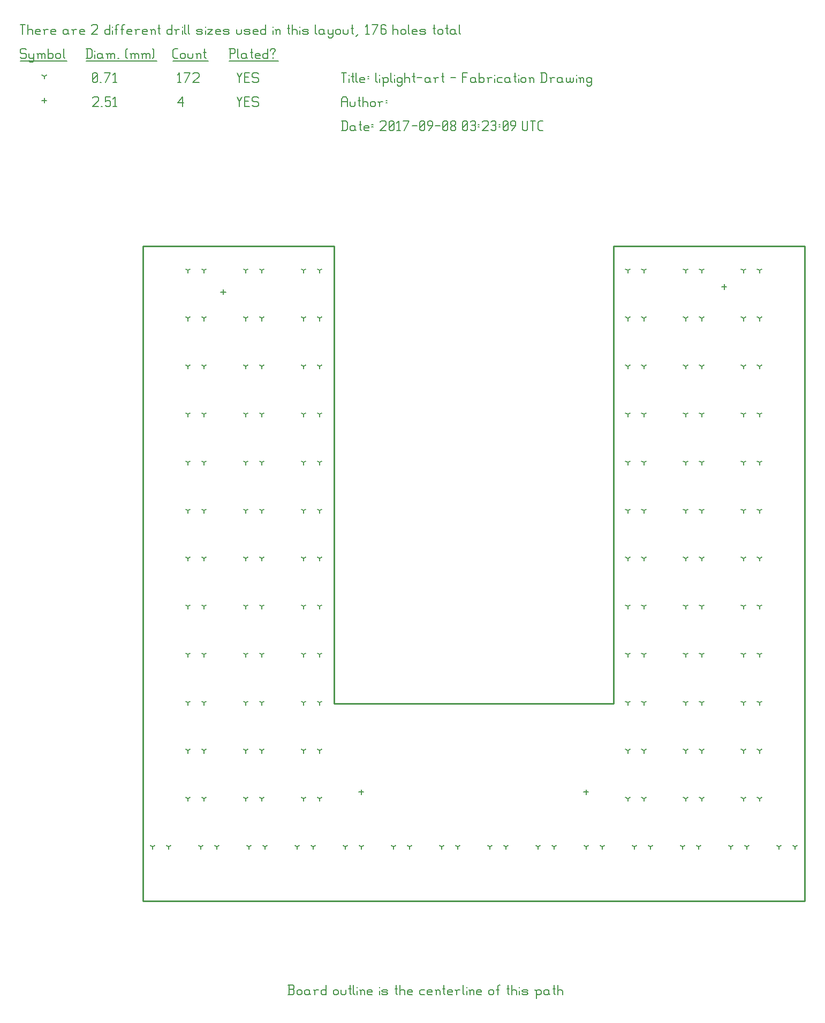
<source format=gbr>
G04 start of page 8 for group -1 layer_idx 16777221 *
G04 Title: liplight-art, <virtual group> *
G04 Creator: pcb-rnd 1.2.4 *
G04 CreationDate: 2017-09-08 03:23:09 UTC *
G04 For:  *
G04 Format: Gerber/RS-274X *
G04 PCB-Dimensions: 506299 506299 *
G04 PCB-Coordinate-Origin: lower left *
%MOIN*%
%FSLAX25Y25*%
%LNFAB*%
%ADD29C,0.0100*%
%ADD28C,0.0075*%
%ADD27C,0.0060*%
%ADD26C,0.0080*%
G54D26*X212362Y118214D02*Y115014D01*
X210762Y116614D02*X213962D01*
X352362Y118214D02*Y115014D01*
X350762Y116614D02*X353962D01*
X126378Y429868D02*Y426668D01*
X124778Y428268D02*X127978D01*
X438307Y433135D02*Y429935D01*
X436707Y431535D02*X439907D01*
X15000Y549149D02*Y545949D01*
X13400Y547549D02*X16600D01*
G54D27*X135000Y549799D02*X136500Y546799D01*
X138000Y549799D01*
X136500Y546799D02*Y543799D01*
X139800Y547099D02*X142050D01*
X139800Y543799D02*X142800D01*
X139800Y549799D02*Y543799D01*
Y549799D02*X142800D01*
X147600D02*X148350Y549049D01*
X145350Y549799D02*X147600D01*
X144600Y549049D02*X145350Y549799D01*
X144600Y549049D02*Y547549D01*
X145350Y546799D01*
X147600D01*
X148350Y546049D01*
Y544549D01*
X147600Y543799D02*X148350Y544549D01*
X145350Y543799D02*X147600D01*
X144600Y544549D02*X145350Y543799D01*
X98000Y546049D02*X101000Y549799D01*
X98000Y546049D02*X101750D01*
X101000Y549799D02*Y543799D01*
X45000Y549049D02*X45750Y549799D01*
X48000D01*
X48750Y549049D01*
Y547549D01*
X45000Y543799D02*X48750Y547549D01*
X45000Y543799D02*X48750D01*
X50550D02*X51300D01*
X53100Y549799D02*X56100D01*
X53100D02*Y546799D01*
X53850Y547549D01*
X55350D01*
X56100Y546799D01*
Y544549D01*
X55350Y543799D02*X56100Y544549D01*
X53850Y543799D02*X55350D01*
X53100Y544549D02*X53850Y543799D01*
X57900Y548599D02*X59100Y549799D01*
Y543799D01*
X57900D02*X60150D01*
X92362Y82598D02*Y80998D01*
Y82598D02*X93749Y83398D01*
X92362Y82598D02*X90976Y83398D01*
X82362Y82598D02*Y80998D01*
Y82598D02*X83749Y83398D01*
X82362Y82598D02*X80976Y83398D01*
X122362Y82598D02*Y80998D01*
Y82598D02*X123749Y83398D01*
X122362Y82598D02*X120976Y83398D01*
X112362Y82598D02*Y80998D01*
Y82598D02*X113749Y83398D01*
X112362Y82598D02*X110976Y83398D01*
X152362Y82598D02*Y80998D01*
Y82598D02*X153749Y83398D01*
X152362Y82598D02*X150976Y83398D01*
X142362Y82598D02*Y80998D01*
Y82598D02*X143749Y83398D01*
X142362Y82598D02*X140976Y83398D01*
X392362Y82598D02*Y80998D01*
Y82598D02*X393749Y83398D01*
X392362Y82598D02*X390976Y83398D01*
X382362Y82598D02*Y80998D01*
Y82598D02*X383749Y83398D01*
X382362Y82598D02*X380976Y83398D01*
X422362Y82598D02*Y80998D01*
Y82598D02*X423749Y83398D01*
X422362Y82598D02*X420976Y83398D01*
X412362Y82598D02*Y80998D01*
Y82598D02*X413749Y83398D01*
X412362Y82598D02*X410976Y83398D01*
X452362Y82598D02*Y80998D01*
Y82598D02*X453749Y83398D01*
X452362Y82598D02*X450976Y83398D01*
X442362Y82598D02*Y80998D01*
Y82598D02*X443749Y83398D01*
X442362Y82598D02*X440976Y83398D01*
X482362Y82598D02*Y80998D01*
Y82598D02*X483749Y83398D01*
X482362Y82598D02*X480976Y83398D01*
X472362Y82598D02*Y80998D01*
Y82598D02*X473749Y83398D01*
X472362Y82598D02*X470976Y83398D01*
X114409Y112598D02*Y110998D01*
Y112598D02*X115796Y113398D01*
X114409Y112598D02*X113023Y113398D01*
X104409Y112598D02*Y110998D01*
Y112598D02*X105796Y113398D01*
X104409Y112598D02*X103023Y113398D01*
X114409Y142520D02*Y140920D01*
Y142520D02*X115796Y143320D01*
X114409Y142520D02*X113023Y143320D01*
X104409Y142520D02*Y140920D01*
Y142520D02*X105796Y143320D01*
X104409Y142520D02*X103023Y143320D01*
X114409Y172441D02*Y170841D01*
Y172441D02*X115796Y173241D01*
X114409Y172441D02*X113023Y173241D01*
X104409Y172441D02*Y170841D01*
Y172441D02*X105796Y173241D01*
X104409Y172441D02*X103023Y173241D01*
X114409Y202362D02*Y200762D01*
Y202362D02*X115796Y203162D01*
X114409Y202362D02*X113023Y203162D01*
X104409Y202362D02*Y200762D01*
Y202362D02*X105796Y203162D01*
X104409Y202362D02*X103023Y203162D01*
X114409Y232283D02*Y230683D01*
Y232283D02*X115796Y233083D01*
X114409Y232283D02*X113023Y233083D01*
X104409Y232283D02*Y230683D01*
Y232283D02*X105796Y233083D01*
X104409Y232283D02*X103023Y233083D01*
X114409Y262205D02*Y260605D01*
Y262205D02*X115796Y263005D01*
X114409Y262205D02*X113023Y263005D01*
X104409Y262205D02*Y260605D01*
Y262205D02*X105796Y263005D01*
X104409Y262205D02*X103023Y263005D01*
X114409Y292126D02*Y290526D01*
Y292126D02*X115796Y292926D01*
X114409Y292126D02*X113023Y292926D01*
X104409Y292126D02*Y290526D01*
Y292126D02*X105796Y292926D01*
X104409Y292126D02*X103023Y292926D01*
X114409Y322047D02*Y320447D01*
Y322047D02*X115796Y322847D01*
X114409Y322047D02*X113023Y322847D01*
X104409Y322047D02*Y320447D01*
Y322047D02*X105796Y322847D01*
X104409Y322047D02*X103023Y322847D01*
X114409Y351969D02*Y350369D01*
Y351969D02*X115796Y352769D01*
X114409Y351969D02*X113023Y352769D01*
X104409Y351969D02*Y350369D01*
Y351969D02*X105796Y352769D01*
X104409Y351969D02*X103023Y352769D01*
X114409Y381890D02*Y380290D01*
Y381890D02*X115796Y382690D01*
X114409Y381890D02*X113023Y382690D01*
X104409Y381890D02*Y380290D01*
Y381890D02*X105796Y382690D01*
X104409Y381890D02*X103023Y382690D01*
X114409Y411811D02*Y410211D01*
Y411811D02*X115796Y412611D01*
X114409Y411811D02*X113023Y412611D01*
X104409Y411811D02*Y410211D01*
Y411811D02*X105796Y412611D01*
X104409Y411811D02*X103023Y412611D01*
X114409Y441732D02*Y440132D01*
Y441732D02*X115796Y442532D01*
X114409Y441732D02*X113023Y442532D01*
X104409Y441732D02*Y440132D01*
Y441732D02*X105796Y442532D01*
X104409Y441732D02*X103023Y442532D01*
X150394Y112598D02*Y110998D01*
Y112598D02*X151780Y113398D01*
X150394Y112598D02*X149007Y113398D01*
X140394Y112598D02*Y110998D01*
Y112598D02*X141780Y113398D01*
X140394Y112598D02*X139007Y113398D01*
X150394Y142520D02*Y140920D01*
Y142520D02*X151780Y143320D01*
X150394Y142520D02*X149007Y143320D01*
X140394Y142520D02*Y140920D01*
Y142520D02*X141780Y143320D01*
X140394Y142520D02*X139007Y143320D01*
X150394Y172441D02*Y170841D01*
Y172441D02*X151780Y173241D01*
X150394Y172441D02*X149007Y173241D01*
X140394Y172441D02*Y170841D01*
Y172441D02*X141780Y173241D01*
X140394Y172441D02*X139007Y173241D01*
X150394Y202362D02*Y200762D01*
Y202362D02*X151780Y203162D01*
X150394Y202362D02*X149007Y203162D01*
X140394Y202362D02*Y200762D01*
Y202362D02*X141780Y203162D01*
X140394Y202362D02*X139007Y203162D01*
X150394Y232283D02*Y230683D01*
Y232283D02*X151780Y233083D01*
X150394Y232283D02*X149007Y233083D01*
X140394Y232283D02*Y230683D01*
Y232283D02*X141780Y233083D01*
X140394Y232283D02*X139007Y233083D01*
X150394Y262205D02*Y260605D01*
Y262205D02*X151780Y263005D01*
X150394Y262205D02*X149007Y263005D01*
X140394Y262205D02*Y260605D01*
Y262205D02*X141780Y263005D01*
X140394Y262205D02*X139007Y263005D01*
X150394Y292126D02*Y290526D01*
Y292126D02*X151780Y292926D01*
X150394Y292126D02*X149007Y292926D01*
X140394Y292126D02*Y290526D01*
Y292126D02*X141780Y292926D01*
X140394Y292126D02*X139007Y292926D01*
X150394Y322047D02*Y320447D01*
Y322047D02*X151780Y322847D01*
X150394Y322047D02*X149007Y322847D01*
X140394Y322047D02*Y320447D01*
Y322047D02*X141780Y322847D01*
X140394Y322047D02*X139007Y322847D01*
X150394Y351969D02*Y350369D01*
Y351969D02*X151780Y352769D01*
X150394Y351969D02*X149007Y352769D01*
X140394Y351969D02*Y350369D01*
Y351969D02*X141780Y352769D01*
X140394Y351969D02*X139007Y352769D01*
X150394Y381890D02*Y380290D01*
Y381890D02*X151780Y382690D01*
X150394Y381890D02*X149007Y382690D01*
X140394Y381890D02*Y380290D01*
Y381890D02*X141780Y382690D01*
X140394Y381890D02*X139007Y382690D01*
X186378Y112598D02*Y110998D01*
Y112598D02*X187765Y113398D01*
X186378Y112598D02*X184991Y113398D01*
X176378Y112598D02*Y110998D01*
Y112598D02*X177765Y113398D01*
X176378Y112598D02*X174991Y113398D01*
X186378Y142520D02*Y140920D01*
Y142520D02*X187765Y143320D01*
X186378Y142520D02*X184991Y143320D01*
X176378Y142520D02*Y140920D01*
Y142520D02*X177765Y143320D01*
X176378Y142520D02*X174991Y143320D01*
X186378Y172441D02*Y170841D01*
Y172441D02*X187765Y173241D01*
X186378Y172441D02*X184991Y173241D01*
X176378Y172441D02*Y170841D01*
Y172441D02*X177765Y173241D01*
X176378Y172441D02*X174991Y173241D01*
X186378Y202362D02*Y200762D01*
Y202362D02*X187765Y203162D01*
X186378Y202362D02*X184991Y203162D01*
X176378Y202362D02*Y200762D01*
Y202362D02*X177765Y203162D01*
X176378Y202362D02*X174991Y203162D01*
X186378Y232283D02*Y230683D01*
Y232283D02*X187765Y233083D01*
X186378Y232283D02*X184991Y233083D01*
X176378Y232283D02*Y230683D01*
Y232283D02*X177765Y233083D01*
X176378Y232283D02*X174991Y233083D01*
X186378Y262205D02*Y260605D01*
Y262205D02*X187765Y263005D01*
X186378Y262205D02*X184991Y263005D01*
X176378Y262205D02*Y260605D01*
Y262205D02*X177765Y263005D01*
X176378Y262205D02*X174991Y263005D01*
X186378Y292126D02*Y290526D01*
Y292126D02*X187765Y292926D01*
X186378Y292126D02*X184991Y292926D01*
X176378Y292126D02*Y290526D01*
Y292126D02*X177765Y292926D01*
X176378Y292126D02*X174991Y292926D01*
X186378Y322047D02*Y320447D01*
Y322047D02*X187765Y322847D01*
X186378Y322047D02*X184991Y322847D01*
X176378Y322047D02*Y320447D01*
Y322047D02*X177765Y322847D01*
X176378Y322047D02*X174991Y322847D01*
X186378Y351969D02*Y350369D01*
Y351969D02*X187765Y352769D01*
X186378Y351969D02*X184991Y352769D01*
X176378Y351969D02*Y350369D01*
Y351969D02*X177765Y352769D01*
X176378Y351969D02*X174991Y352769D01*
X186378Y381890D02*Y380290D01*
Y381890D02*X187765Y382690D01*
X186378Y381890D02*X184991Y382690D01*
X176378Y381890D02*Y380290D01*
Y381890D02*X177765Y382690D01*
X176378Y381890D02*X174991Y382690D01*
X150394Y411811D02*Y410211D01*
Y411811D02*X151780Y412611D01*
X150394Y411811D02*X149007Y412611D01*
X140394Y411811D02*Y410211D01*
Y411811D02*X141780Y412611D01*
X140394Y411811D02*X139007Y412611D01*
X186378Y411811D02*Y410211D01*
Y411811D02*X187765Y412611D01*
X186378Y411811D02*X184991Y412611D01*
X176378Y411811D02*Y410211D01*
Y411811D02*X177765Y412611D01*
X176378Y411811D02*X174991Y412611D01*
X150394Y441732D02*Y440132D01*
Y441732D02*X151780Y442532D01*
X150394Y441732D02*X149007Y442532D01*
X140394Y441732D02*Y440132D01*
Y441732D02*X141780Y442532D01*
X140394Y441732D02*X139007Y442532D01*
X186378Y441732D02*Y440132D01*
Y441732D02*X187765Y442532D01*
X186378Y441732D02*X184991Y442532D01*
X176378Y441732D02*Y440132D01*
Y441732D02*X177765Y442532D01*
X176378Y441732D02*X174991Y442532D01*
X388346Y112598D02*Y110998D01*
Y112598D02*X389733Y113398D01*
X388346Y112598D02*X386960Y113398D01*
X378346Y112598D02*Y110998D01*
Y112598D02*X379733Y113398D01*
X378346Y112598D02*X376960Y113398D01*
X388346Y142520D02*Y140920D01*
Y142520D02*X389733Y143320D01*
X388346Y142520D02*X386960Y143320D01*
X378346Y142520D02*Y140920D01*
Y142520D02*X379733Y143320D01*
X378346Y142520D02*X376960Y143320D01*
X388346Y172441D02*Y170841D01*
Y172441D02*X389733Y173241D01*
X388346Y172441D02*X386960Y173241D01*
X378346Y172441D02*Y170841D01*
Y172441D02*X379733Y173241D01*
X378346Y172441D02*X376960Y173241D01*
X388346Y202362D02*Y200762D01*
Y202362D02*X389733Y203162D01*
X388346Y202362D02*X386960Y203162D01*
X378346Y202362D02*Y200762D01*
Y202362D02*X379733Y203162D01*
X378346Y202362D02*X376960Y203162D01*
X388346Y232283D02*Y230683D01*
Y232283D02*X389733Y233083D01*
X388346Y232283D02*X386960Y233083D01*
X378346Y232283D02*Y230683D01*
Y232283D02*X379733Y233083D01*
X378346Y232283D02*X376960Y233083D01*
X388346Y262205D02*Y260605D01*
Y262205D02*X389733Y263005D01*
X388346Y262205D02*X386960Y263005D01*
X378346Y262205D02*Y260605D01*
Y262205D02*X379733Y263005D01*
X378346Y262205D02*X376960Y263005D01*
X388346Y292126D02*Y290526D01*
Y292126D02*X389733Y292926D01*
X388346Y292126D02*X386960Y292926D01*
X378346Y292126D02*Y290526D01*
Y292126D02*X379733Y292926D01*
X378346Y292126D02*X376960Y292926D01*
X388346Y322047D02*Y320447D01*
Y322047D02*X389733Y322847D01*
X388346Y322047D02*X386960Y322847D01*
X378346Y322047D02*Y320447D01*
Y322047D02*X379733Y322847D01*
X378346Y322047D02*X376960Y322847D01*
X388346Y351969D02*Y350369D01*
Y351969D02*X389733Y352769D01*
X388346Y351969D02*X386960Y352769D01*
X378346Y351969D02*Y350369D01*
Y351969D02*X379733Y352769D01*
X378346Y351969D02*X376960Y352769D01*
X460315Y112598D02*Y110998D01*
Y112598D02*X461702Y113398D01*
X460315Y112598D02*X458928Y113398D01*
X450315Y112598D02*Y110998D01*
Y112598D02*X451702Y113398D01*
X450315Y112598D02*X448928Y113398D01*
X424331Y112598D02*Y110998D01*
Y112598D02*X425717Y113398D01*
X424331Y112598D02*X422944Y113398D01*
X414331Y112598D02*Y110998D01*
Y112598D02*X415717Y113398D01*
X414331Y112598D02*X412944Y113398D01*
X460315Y142520D02*Y140920D01*
Y142520D02*X461702Y143320D01*
X460315Y142520D02*X458928Y143320D01*
X450315Y142520D02*Y140920D01*
Y142520D02*X451702Y143320D01*
X450315Y142520D02*X448928Y143320D01*
X424331Y142520D02*Y140920D01*
Y142520D02*X425717Y143320D01*
X424331Y142520D02*X422944Y143320D01*
X414331Y142520D02*Y140920D01*
Y142520D02*X415717Y143320D01*
X414331Y142520D02*X412944Y143320D01*
X460315Y172441D02*Y170841D01*
Y172441D02*X461702Y173241D01*
X460315Y172441D02*X458928Y173241D01*
X450315Y172441D02*Y170841D01*
Y172441D02*X451702Y173241D01*
X450315Y172441D02*X448928Y173241D01*
X424331Y172441D02*Y170841D01*
Y172441D02*X425717Y173241D01*
X424331Y172441D02*X422944Y173241D01*
X414331Y172441D02*Y170841D01*
Y172441D02*X415717Y173241D01*
X414331Y172441D02*X412944Y173241D01*
X460315Y202362D02*Y200762D01*
Y202362D02*X461702Y203162D01*
X460315Y202362D02*X458928Y203162D01*
X450315Y202362D02*Y200762D01*
Y202362D02*X451702Y203162D01*
X450315Y202362D02*X448928Y203162D01*
X424331Y202362D02*Y200762D01*
Y202362D02*X425717Y203162D01*
X424331Y202362D02*X422944Y203162D01*
X414331Y202362D02*Y200762D01*
Y202362D02*X415717Y203162D01*
X414331Y202362D02*X412944Y203162D01*
X460315Y232283D02*Y230683D01*
Y232283D02*X461702Y233083D01*
X460315Y232283D02*X458928Y233083D01*
X450315Y232283D02*Y230683D01*
Y232283D02*X451702Y233083D01*
X450315Y232283D02*X448928Y233083D01*
X424331Y232283D02*Y230683D01*
Y232283D02*X425717Y233083D01*
X424331Y232283D02*X422944Y233083D01*
X414331Y232283D02*Y230683D01*
Y232283D02*X415717Y233083D01*
X414331Y232283D02*X412944Y233083D01*
X460315Y262205D02*Y260605D01*
Y262205D02*X461702Y263005D01*
X460315Y262205D02*X458928Y263005D01*
X450315Y262205D02*Y260605D01*
Y262205D02*X451702Y263005D01*
X450315Y262205D02*X448928Y263005D01*
X424331Y262205D02*Y260605D01*
Y262205D02*X425717Y263005D01*
X424331Y262205D02*X422944Y263005D01*
X414331Y262205D02*Y260605D01*
Y262205D02*X415717Y263005D01*
X414331Y262205D02*X412944Y263005D01*
X460315Y292126D02*Y290526D01*
Y292126D02*X461702Y292926D01*
X460315Y292126D02*X458928Y292926D01*
X450315Y292126D02*Y290526D01*
Y292126D02*X451702Y292926D01*
X450315Y292126D02*X448928Y292926D01*
X424331Y292126D02*Y290526D01*
Y292126D02*X425717Y292926D01*
X424331Y292126D02*X422944Y292926D01*
X414331Y292126D02*Y290526D01*
Y292126D02*X415717Y292926D01*
X414331Y292126D02*X412944Y292926D01*
X460315Y322047D02*Y320447D01*
Y322047D02*X461702Y322847D01*
X460315Y322047D02*X458928Y322847D01*
X450315Y322047D02*Y320447D01*
Y322047D02*X451702Y322847D01*
X450315Y322047D02*X448928Y322847D01*
X424331Y322047D02*Y320447D01*
Y322047D02*X425717Y322847D01*
X424331Y322047D02*X422944Y322847D01*
X414331Y322047D02*Y320447D01*
Y322047D02*X415717Y322847D01*
X414331Y322047D02*X412944Y322847D01*
X460315Y351969D02*Y350369D01*
Y351969D02*X461702Y352769D01*
X460315Y351969D02*X458928Y352769D01*
X450315Y351969D02*Y350369D01*
Y351969D02*X451702Y352769D01*
X450315Y351969D02*X448928Y352769D01*
X424331Y351969D02*Y350369D01*
Y351969D02*X425717Y352769D01*
X424331Y351969D02*X422944Y352769D01*
X414331Y351969D02*Y350369D01*
Y351969D02*X415717Y352769D01*
X414331Y351969D02*X412944Y352769D01*
X460315Y381890D02*Y380290D01*
Y381890D02*X461702Y382690D01*
X460315Y381890D02*X458928Y382690D01*
X450315Y381890D02*Y380290D01*
Y381890D02*X451702Y382690D01*
X450315Y381890D02*X448928Y382690D01*
X388346Y381890D02*Y380290D01*
Y381890D02*X389733Y382690D01*
X388346Y381890D02*X386960Y382690D01*
X378346Y381890D02*Y380290D01*
Y381890D02*X379733Y382690D01*
X378346Y381890D02*X376960Y382690D01*
X460315Y411811D02*Y410211D01*
Y411811D02*X461702Y412611D01*
X460315Y411811D02*X458928Y412611D01*
X450315Y411811D02*Y410211D01*
Y411811D02*X451702Y412611D01*
X450315Y411811D02*X448928Y412611D01*
X424331Y411811D02*Y410211D01*
Y411811D02*X425717Y412611D01*
X424331Y411811D02*X422944Y412611D01*
X414331Y411811D02*Y410211D01*
Y411811D02*X415717Y412611D01*
X414331Y411811D02*X412944Y412611D01*
X388346Y411811D02*Y410211D01*
Y411811D02*X389733Y412611D01*
X388346Y411811D02*X386960Y412611D01*
X378346Y411811D02*Y410211D01*
Y411811D02*X379733Y412611D01*
X378346Y411811D02*X376960Y412611D01*
X460315Y441732D02*Y440132D01*
Y441732D02*X461702Y442532D01*
X460315Y441732D02*X458928Y442532D01*
X450315Y441732D02*Y440132D01*
Y441732D02*X451702Y442532D01*
X450315Y441732D02*X448928Y442532D01*
X424331Y441732D02*Y440132D01*
Y441732D02*X425717Y442532D01*
X424331Y441732D02*X422944Y442532D01*
X414331Y441732D02*Y440132D01*
Y441732D02*X415717Y442532D01*
X414331Y441732D02*X412944Y442532D01*
X388346Y441732D02*Y440132D01*
Y441732D02*X389733Y442532D01*
X388346Y441732D02*X386960Y442532D01*
X378346Y441732D02*Y440132D01*
Y441732D02*X379733Y442532D01*
X378346Y441732D02*X376960Y442532D01*
X424331Y381890D02*Y380290D01*
Y381890D02*X425717Y382690D01*
X424331Y381890D02*X422944Y382690D01*
X414331Y381890D02*Y380290D01*
Y381890D02*X415717Y382690D01*
X414331Y381890D02*X412944Y382690D01*
X182362Y82598D02*Y80998D01*
Y82598D02*X183749Y83398D01*
X182362Y82598D02*X180976Y83398D01*
X172362Y82598D02*Y80998D01*
Y82598D02*X173749Y83398D01*
X172362Y82598D02*X170976Y83398D01*
X212362Y82598D02*Y80998D01*
Y82598D02*X213749Y83398D01*
X212362Y82598D02*X210976Y83398D01*
X202362Y82598D02*Y80998D01*
Y82598D02*X203749Y83398D01*
X202362Y82598D02*X200976Y83398D01*
X242362Y82598D02*Y80998D01*
Y82598D02*X243749Y83398D01*
X242362Y82598D02*X240976Y83398D01*
X232362Y82598D02*Y80998D01*
Y82598D02*X233749Y83398D01*
X232362Y82598D02*X230976Y83398D01*
X272362Y82598D02*Y80998D01*
Y82598D02*X273749Y83398D01*
X272362Y82598D02*X270976Y83398D01*
X262362Y82598D02*Y80998D01*
Y82598D02*X263749Y83398D01*
X262362Y82598D02*X260976Y83398D01*
X302362Y82598D02*Y80998D01*
Y82598D02*X303749Y83398D01*
X302362Y82598D02*X300976Y83398D01*
X292362Y82598D02*Y80998D01*
Y82598D02*X293749Y83398D01*
X292362Y82598D02*X290976Y83398D01*
X332362Y82598D02*Y80998D01*
Y82598D02*X333749Y83398D01*
X332362Y82598D02*X330976Y83398D01*
X322362Y82598D02*Y80998D01*
Y82598D02*X323749Y83398D01*
X322362Y82598D02*X320976Y83398D01*
X362362Y82598D02*Y80998D01*
Y82598D02*X363749Y83398D01*
X362362Y82598D02*X360976Y83398D01*
X352362Y82598D02*Y80998D01*
Y82598D02*X353749Y83398D01*
X352362Y82598D02*X350976Y83398D01*
X15000Y562549D02*Y560949D01*
Y562549D02*X16387Y563349D01*
X15000Y562549D02*X13613Y563349D01*
X135000Y564799D02*X136500Y561799D01*
X138000Y564799D01*
X136500Y561799D02*Y558799D01*
X139800Y562099D02*X142050D01*
X139800Y558799D02*X142800D01*
X139800Y564799D02*Y558799D01*
Y564799D02*X142800D01*
X147600D02*X148350Y564049D01*
X145350Y564799D02*X147600D01*
X144600Y564049D02*X145350Y564799D01*
X144600Y564049D02*Y562549D01*
X145350Y561799D01*
X147600D01*
X148350Y561049D01*
Y559549D01*
X147600Y558799D02*X148350Y559549D01*
X145350Y558799D02*X147600D01*
X144600Y559549D02*X145350Y558799D01*
X98000Y563599D02*X99200Y564799D01*
Y558799D01*
X98000D02*X100250D01*
X102800D02*X105800Y564799D01*
X102050D02*X105800D01*
X107600Y564049D02*X108350Y564799D01*
X110600D01*
X111350Y564049D01*
Y562549D01*
X107600Y558799D02*X111350Y562549D01*
X107600Y558799D02*X111350D01*
X45000Y559549D02*X45750Y558799D01*
X45000Y564049D02*Y559549D01*
Y564049D02*X45750Y564799D01*
X47250D01*
X48000Y564049D01*
Y559549D01*
X47250Y558799D02*X48000Y559549D01*
X45750Y558799D02*X47250D01*
X45000Y560299D02*X48000Y563299D01*
X49800Y558799D02*X50550D01*
X53100D02*X56100Y564799D01*
X52350D02*X56100D01*
X57900Y563599D02*X59100Y564799D01*
Y558799D01*
X57900D02*X60150D01*
X3000Y579799D02*X3750Y579049D01*
X750Y579799D02*X3000D01*
X0Y579049D02*X750Y579799D01*
X0Y579049D02*Y577549D01*
X750Y576799D01*
X3000D01*
X3750Y576049D01*
Y574549D01*
X3000Y573799D02*X3750Y574549D01*
X750Y573799D02*X3000D01*
X0Y574549D02*X750Y573799D01*
X5550Y576799D02*Y574549D01*
X6300Y573799D01*
X8550Y576799D02*Y572299D01*
X7800Y571549D02*X8550Y572299D01*
X6300Y571549D02*X7800D01*
X5550Y572299D02*X6300Y571549D01*
Y573799D02*X7800D01*
X8550Y574549D01*
X11100Y576049D02*Y573799D01*
Y576049D02*X11850Y576799D01*
X12600D01*
X13350Y576049D01*
Y573799D01*
Y576049D02*X14100Y576799D01*
X14850D01*
X15600Y576049D01*
Y573799D01*
X10350Y576799D02*X11100Y576049D01*
X17400Y579799D02*Y573799D01*
Y574549D02*X18150Y573799D01*
X19650D01*
X20400Y574549D01*
Y576049D02*Y574549D01*
X19650Y576799D02*X20400Y576049D01*
X18150Y576799D02*X19650D01*
X17400Y576049D02*X18150Y576799D01*
X22200Y576049D02*Y574549D01*
Y576049D02*X22950Y576799D01*
X24450D01*
X25200Y576049D01*
Y574549D01*
X24450Y573799D02*X25200Y574549D01*
X22950Y573799D02*X24450D01*
X22200Y574549D02*X22950Y573799D01*
X27000Y579799D02*Y574549D01*
X27750Y573799D01*
X0Y572049D02*X29250D01*
X41750Y579799D02*Y573799D01*
X43700Y579799D02*X44750Y578749D01*
Y574849D01*
X43700Y573799D02*X44750Y574849D01*
X41000Y573799D02*X43700D01*
X41000Y579799D02*X43700D01*
G54D28*X46550Y578299D02*Y578149D01*
G54D27*Y576049D02*Y573799D01*
X50300Y576799D02*X51050Y576049D01*
X48800Y576799D02*X50300D01*
X48050Y576049D02*X48800Y576799D01*
X48050Y576049D02*Y574549D01*
X48800Y573799D01*
X51050Y576799D02*Y574549D01*
X51800Y573799D01*
X48800D02*X50300D01*
X51050Y574549D01*
X54350Y576049D02*Y573799D01*
Y576049D02*X55100Y576799D01*
X55850D01*
X56600Y576049D01*
Y573799D01*
Y576049D02*X57350Y576799D01*
X58100D01*
X58850Y576049D01*
Y573799D01*
X53600Y576799D02*X54350Y576049D01*
X60650Y573799D02*X61400D01*
X65900Y574549D02*X66650Y573799D01*
X65900Y579049D02*X66650Y579799D01*
X65900Y579049D02*Y574549D01*
X69200Y576049D02*Y573799D01*
Y576049D02*X69950Y576799D01*
X70700D01*
X71450Y576049D01*
Y573799D01*
Y576049D02*X72200Y576799D01*
X72950D01*
X73700Y576049D01*
Y573799D01*
X68450Y576799D02*X69200Y576049D01*
X76250D02*Y573799D01*
Y576049D02*X77000Y576799D01*
X77750D01*
X78500Y576049D01*
Y573799D01*
Y576049D02*X79250Y576799D01*
X80000D01*
X80750Y576049D01*
Y573799D01*
X75500Y576799D02*X76250Y576049D01*
X82550Y579799D02*X83300Y579049D01*
Y574549D01*
X82550Y573799D02*X83300Y574549D01*
X41000Y572049D02*X85100D01*
X96050Y573799D02*X98000D01*
X95000Y574849D02*X96050Y573799D01*
X95000Y578749D02*Y574849D01*
Y578749D02*X96050Y579799D01*
X98000D01*
X99800Y576049D02*Y574549D01*
Y576049D02*X100550Y576799D01*
X102050D01*
X102800Y576049D01*
Y574549D01*
X102050Y573799D02*X102800Y574549D01*
X100550Y573799D02*X102050D01*
X99800Y574549D02*X100550Y573799D01*
X104600Y576799D02*Y574549D01*
X105350Y573799D01*
X106850D01*
X107600Y574549D01*
Y576799D02*Y574549D01*
X110150Y576049D02*Y573799D01*
Y576049D02*X110900Y576799D01*
X111650D01*
X112400Y576049D01*
Y573799D01*
X109400Y576799D02*X110150Y576049D01*
X114950Y579799D02*Y574549D01*
X115700Y573799D01*
X114200Y577549D02*X115700D01*
X95000Y572049D02*X117200D01*
X130750Y579799D02*Y573799D01*
X130000Y579799D02*X133000D01*
X133750Y579049D01*
Y577549D01*
X133000Y576799D02*X133750Y577549D01*
X130750Y576799D02*X133000D01*
X135550Y579799D02*Y574549D01*
X136300Y573799D01*
X140050Y576799D02*X140800Y576049D01*
X138550Y576799D02*X140050D01*
X137800Y576049D02*X138550Y576799D01*
X137800Y576049D02*Y574549D01*
X138550Y573799D01*
X140800Y576799D02*Y574549D01*
X141550Y573799D01*
X138550D02*X140050D01*
X140800Y574549D01*
X144100Y579799D02*Y574549D01*
X144850Y573799D01*
X143350Y577549D02*X144850D01*
X147100Y573799D02*X149350D01*
X146350Y574549D02*X147100Y573799D01*
X146350Y576049D02*Y574549D01*
Y576049D02*X147100Y576799D01*
X148600D01*
X149350Y576049D01*
X146350Y575299D02*X149350D01*
Y576049D02*Y575299D01*
X154150Y579799D02*Y573799D01*
X153400D02*X154150Y574549D01*
X151900Y573799D02*X153400D01*
X151150Y574549D02*X151900Y573799D01*
X151150Y576049D02*Y574549D01*
Y576049D02*X151900Y576799D01*
X153400D01*
X154150Y576049D01*
X157450Y576799D02*Y576049D01*
Y574549D02*Y573799D01*
X155950Y579049D02*Y578299D01*
Y579049D02*X156700Y579799D01*
X158200D01*
X158950Y579049D01*
Y578299D01*
X157450Y576799D02*X158950Y578299D01*
X130000Y572049D02*X160750D01*
X0Y594799D02*X3000D01*
X1500D02*Y588799D01*
X4800Y594799D02*Y588799D01*
Y591049D02*X5550Y591799D01*
X7050D01*
X7800Y591049D01*
Y588799D01*
X10350D02*X12600D01*
X9600Y589549D02*X10350Y588799D01*
X9600Y591049D02*Y589549D01*
Y591049D02*X10350Y591799D01*
X11850D01*
X12600Y591049D01*
X9600Y590299D02*X12600D01*
Y591049D02*Y590299D01*
X15150Y591049D02*Y588799D01*
Y591049D02*X15900Y591799D01*
X17400D01*
X14400D02*X15150Y591049D01*
X19950Y588799D02*X22200D01*
X19200Y589549D02*X19950Y588799D01*
X19200Y591049D02*Y589549D01*
Y591049D02*X19950Y591799D01*
X21450D01*
X22200Y591049D01*
X19200Y590299D02*X22200D01*
Y591049D02*Y590299D01*
X28950Y591799D02*X29700Y591049D01*
X27450Y591799D02*X28950D01*
X26700Y591049D02*X27450Y591799D01*
X26700Y591049D02*Y589549D01*
X27450Y588799D01*
X29700Y591799D02*Y589549D01*
X30450Y588799D01*
X27450D02*X28950D01*
X29700Y589549D01*
X33000Y591049D02*Y588799D01*
Y591049D02*X33750Y591799D01*
X35250D01*
X32250D02*X33000Y591049D01*
X37800Y588799D02*X40050D01*
X37050Y589549D02*X37800Y588799D01*
X37050Y591049D02*Y589549D01*
Y591049D02*X37800Y591799D01*
X39300D01*
X40050Y591049D01*
X37050Y590299D02*X40050D01*
Y591049D02*Y590299D01*
X44550Y594049D02*X45300Y594799D01*
X47550D01*
X48300Y594049D01*
Y592549D01*
X44550Y588799D02*X48300Y592549D01*
X44550Y588799D02*X48300D01*
X55800Y594799D02*Y588799D01*
X55050D02*X55800Y589549D01*
X53550Y588799D02*X55050D01*
X52800Y589549D02*X53550Y588799D01*
X52800Y591049D02*Y589549D01*
Y591049D02*X53550Y591799D01*
X55050D01*
X55800Y591049D01*
G54D28*X57600Y593299D02*Y593149D01*
G54D27*Y591049D02*Y588799D01*
X59850Y594049D02*Y588799D01*
Y594049D02*X60600Y594799D01*
X61350D01*
X59100Y591799D02*X60600D01*
X63600Y594049D02*Y588799D01*
Y594049D02*X64350Y594799D01*
X65100D01*
X62850Y591799D02*X64350D01*
X67350Y588799D02*X69600D01*
X66600Y589549D02*X67350Y588799D01*
X66600Y591049D02*Y589549D01*
Y591049D02*X67350Y591799D01*
X68850D01*
X69600Y591049D01*
X66600Y590299D02*X69600D01*
Y591049D02*Y590299D01*
X72150Y591049D02*Y588799D01*
Y591049D02*X72900Y591799D01*
X74400D01*
X71400D02*X72150Y591049D01*
X76950Y588799D02*X79200D01*
X76200Y589549D02*X76950Y588799D01*
X76200Y591049D02*Y589549D01*
Y591049D02*X76950Y591799D01*
X78450D01*
X79200Y591049D01*
X76200Y590299D02*X79200D01*
Y591049D02*Y590299D01*
X81750Y591049D02*Y588799D01*
Y591049D02*X82500Y591799D01*
X83250D01*
X84000Y591049D01*
Y588799D01*
X81000Y591799D02*X81750Y591049D01*
X86550Y594799D02*Y589549D01*
X87300Y588799D01*
X85800Y592549D02*X87300D01*
X94500Y594799D02*Y588799D01*
X93750D02*X94500Y589549D01*
X92250Y588799D02*X93750D01*
X91500Y589549D02*X92250Y588799D01*
X91500Y591049D02*Y589549D01*
Y591049D02*X92250Y591799D01*
X93750D01*
X94500Y591049D01*
X97050D02*Y588799D01*
Y591049D02*X97800Y591799D01*
X99300D01*
X96300D02*X97050Y591049D01*
G54D28*X101100Y593299D02*Y593149D01*
G54D27*Y591049D02*Y588799D01*
X102600Y594799D02*Y589549D01*
X103350Y588799D01*
X104850Y594799D02*Y589549D01*
X105600Y588799D01*
X110550D02*X112800D01*
X113550Y589549D01*
X112800Y590299D02*X113550Y589549D01*
X110550Y590299D02*X112800D01*
X109800Y591049D02*X110550Y590299D01*
X109800Y591049D02*X110550Y591799D01*
X112800D01*
X113550Y591049D01*
X109800Y589549D02*X110550Y588799D01*
G54D28*X115350Y593299D02*Y593149D01*
G54D27*Y591049D02*Y588799D01*
X116850Y591799D02*X119850D01*
X116850Y588799D02*X119850Y591799D01*
X116850Y588799D02*X119850D01*
X122400D02*X124650D01*
X121650Y589549D02*X122400Y588799D01*
X121650Y591049D02*Y589549D01*
Y591049D02*X122400Y591799D01*
X123900D01*
X124650Y591049D01*
X121650Y590299D02*X124650D01*
Y591049D02*Y590299D01*
X127200Y588799D02*X129450D01*
X130200Y589549D01*
X129450Y590299D02*X130200Y589549D01*
X127200Y590299D02*X129450D01*
X126450Y591049D02*X127200Y590299D01*
X126450Y591049D02*X127200Y591799D01*
X129450D01*
X130200Y591049D01*
X126450Y589549D02*X127200Y588799D01*
X134700Y591799D02*Y589549D01*
X135450Y588799D01*
X136950D01*
X137700Y589549D01*
Y591799D02*Y589549D01*
X140250Y588799D02*X142500D01*
X143250Y589549D01*
X142500Y590299D02*X143250Y589549D01*
X140250Y590299D02*X142500D01*
X139500Y591049D02*X140250Y590299D01*
X139500Y591049D02*X140250Y591799D01*
X142500D01*
X143250Y591049D01*
X139500Y589549D02*X140250Y588799D01*
X145800D02*X148050D01*
X145050Y589549D02*X145800Y588799D01*
X145050Y591049D02*Y589549D01*
Y591049D02*X145800Y591799D01*
X147300D01*
X148050Y591049D01*
X145050Y590299D02*X148050D01*
Y591049D02*Y590299D01*
X152850Y594799D02*Y588799D01*
X152100D02*X152850Y589549D01*
X150600Y588799D02*X152100D01*
X149850Y589549D02*X150600Y588799D01*
X149850Y591049D02*Y589549D01*
Y591049D02*X150600Y591799D01*
X152100D01*
X152850Y591049D01*
G54D28*X157350Y593299D02*Y593149D01*
G54D27*Y591049D02*Y588799D01*
X159600Y591049D02*Y588799D01*
Y591049D02*X160350Y591799D01*
X161100D01*
X161850Y591049D01*
Y588799D01*
X158850Y591799D02*X159600Y591049D01*
X167100Y594799D02*Y589549D01*
X167850Y588799D01*
X166350Y592549D02*X167850D01*
X169350Y594799D02*Y588799D01*
Y591049D02*X170100Y591799D01*
X171600D01*
X172350Y591049D01*
Y588799D01*
G54D28*X174150Y593299D02*Y593149D01*
G54D27*Y591049D02*Y588799D01*
X176400D02*X178650D01*
X179400Y589549D01*
X178650Y590299D02*X179400Y589549D01*
X176400Y590299D02*X178650D01*
X175650Y591049D02*X176400Y590299D01*
X175650Y591049D02*X176400Y591799D01*
X178650D01*
X179400Y591049D01*
X175650Y589549D02*X176400Y588799D01*
X183900Y594799D02*Y589549D01*
X184650Y588799D01*
X188400Y591799D02*X189150Y591049D01*
X186900Y591799D02*X188400D01*
X186150Y591049D02*X186900Y591799D01*
X186150Y591049D02*Y589549D01*
X186900Y588799D01*
X189150Y591799D02*Y589549D01*
X189900Y588799D01*
X186900D02*X188400D01*
X189150Y589549D01*
X191700Y591799D02*Y589549D01*
X192450Y588799D01*
X194700Y591799D02*Y587299D01*
X193950Y586549D02*X194700Y587299D01*
X192450Y586549D02*X193950D01*
X191700Y587299D02*X192450Y586549D01*
Y588799D02*X193950D01*
X194700Y589549D01*
X196500Y591049D02*Y589549D01*
Y591049D02*X197250Y591799D01*
X198750D01*
X199500Y591049D01*
Y589549D01*
X198750Y588799D02*X199500Y589549D01*
X197250Y588799D02*X198750D01*
X196500Y589549D02*X197250Y588799D01*
X201300Y591799D02*Y589549D01*
X202050Y588799D01*
X203550D01*
X204300Y589549D01*
Y591799D02*Y589549D01*
X206850Y594799D02*Y589549D01*
X207600Y588799D01*
X206100Y592549D02*X207600D01*
X209100Y587299D02*X210600Y588799D01*
X215100Y593599D02*X216300Y594799D01*
Y588799D01*
X215100D02*X217350D01*
X219900D02*X222900Y594799D01*
X219150D02*X222900D01*
X226950D02*X227700Y594049D01*
X225450Y594799D02*X226950D01*
X224700Y594049D02*X225450Y594799D01*
X224700Y594049D02*Y589549D01*
X225450Y588799D01*
X226950Y592099D02*X227700Y591349D01*
X224700Y592099D02*X226950D01*
X225450Y588799D02*X226950D01*
X227700Y589549D01*
Y591349D02*Y589549D01*
X232200Y594799D02*Y588799D01*
Y591049D02*X232950Y591799D01*
X234450D01*
X235200Y591049D01*
Y588799D01*
X237000Y591049D02*Y589549D01*
Y591049D02*X237750Y591799D01*
X239250D01*
X240000Y591049D01*
Y589549D01*
X239250Y588799D02*X240000Y589549D01*
X237750Y588799D02*X239250D01*
X237000Y589549D02*X237750Y588799D01*
X241800Y594799D02*Y589549D01*
X242550Y588799D01*
X244800D02*X247050D01*
X244050Y589549D02*X244800Y588799D01*
X244050Y591049D02*Y589549D01*
Y591049D02*X244800Y591799D01*
X246300D01*
X247050Y591049D01*
X244050Y590299D02*X247050D01*
Y591049D02*Y590299D01*
X249600Y588799D02*X251850D01*
X252600Y589549D01*
X251850Y590299D02*X252600Y589549D01*
X249600Y590299D02*X251850D01*
X248850Y591049D02*X249600Y590299D01*
X248850Y591049D02*X249600Y591799D01*
X251850D01*
X252600Y591049D01*
X248850Y589549D02*X249600Y588799D01*
X257850Y594799D02*Y589549D01*
X258600Y588799D01*
X257100Y592549D02*X258600D01*
X260100Y591049D02*Y589549D01*
Y591049D02*X260850Y591799D01*
X262350D01*
X263100Y591049D01*
Y589549D01*
X262350Y588799D02*X263100Y589549D01*
X260850Y588799D02*X262350D01*
X260100Y589549D02*X260850Y588799D01*
X265650Y594799D02*Y589549D01*
X266400Y588799D01*
X264900Y592549D02*X266400D01*
X270150Y591799D02*X270900Y591049D01*
X268650Y591799D02*X270150D01*
X267900Y591049D02*X268650Y591799D01*
X267900Y591049D02*Y589549D01*
X268650Y588799D01*
X270900Y591799D02*Y589549D01*
X271650Y588799D01*
X268650D02*X270150D01*
X270900Y589549D01*
X273450Y594799D02*Y589549D01*
X274200Y588799D01*
G54D29*X195354Y456614D02*Y171614D01*
X369370D01*
Y456614D01*
X488346D01*
Y48622D01*
X76378D01*
Y456614D01*
X195354D02*X76378D01*
G54D27*X166824Y-9500D02*X169824D01*
X170574Y-8750D01*
Y-6950D02*Y-8750D01*
X169824Y-6200D02*X170574Y-6950D01*
X167574Y-6200D02*X169824D01*
X167574Y-3500D02*Y-9500D01*
X166824Y-3500D02*X169824D01*
X170574Y-4250D01*
Y-5450D01*
X169824Y-6200D02*X170574Y-5450D01*
X172375Y-7250D02*Y-8750D01*
Y-7250D02*X173125Y-6500D01*
X174625D01*
X175375Y-7250D01*
Y-8750D01*
X174625Y-9500D02*X175375Y-8750D01*
X173125Y-9500D02*X174625D01*
X172375Y-8750D02*X173125Y-9500D01*
X179425Y-6500D02*X180175Y-7250D01*
X177925Y-6500D02*X179425D01*
X177175Y-7250D02*X177925Y-6500D01*
X177175Y-7250D02*Y-8750D01*
X177925Y-9500D01*
X180175Y-6500D02*Y-8750D01*
X180925Y-9500D01*
X177925D02*X179425D01*
X180175Y-8750D01*
X183475Y-7250D02*Y-9500D01*
Y-7250D02*X184225Y-6500D01*
X185725D01*
X182725D02*X183475Y-7250D01*
X190525Y-3500D02*Y-9500D01*
X189775D02*X190525Y-8750D01*
X188275Y-9500D02*X189775D01*
X187525Y-8750D02*X188275Y-9500D01*
X187525Y-7250D02*Y-8750D01*
Y-7250D02*X188275Y-6500D01*
X189775D01*
X190525Y-7250D01*
X195025D02*Y-8750D01*
Y-7250D02*X195775Y-6500D01*
X197275D01*
X198025Y-7250D01*
Y-8750D01*
X197275Y-9500D02*X198025Y-8750D01*
X195775Y-9500D02*X197275D01*
X195025Y-8750D02*X195775Y-9500D01*
X199825Y-6500D02*Y-8750D01*
X200575Y-9500D01*
X202075D01*
X202825Y-8750D01*
Y-6500D02*Y-8750D01*
X205375Y-3500D02*Y-8750D01*
X206125Y-9500D01*
X204625Y-5750D02*X206125D01*
X207625Y-3500D02*Y-8750D01*
X208375Y-9500D01*
G54D28*X209875Y-5000D02*Y-5150D01*
G54D27*Y-7250D02*Y-9500D01*
X212125Y-7250D02*Y-9500D01*
Y-7250D02*X212875Y-6500D01*
X213625D01*
X214375Y-7250D01*
Y-9500D01*
X211375Y-6500D02*X212125Y-7250D01*
X216925Y-9500D02*X219175D01*
X216175Y-8750D02*X216925Y-9500D01*
X216175Y-7250D02*Y-8750D01*
Y-7250D02*X216925Y-6500D01*
X218425D01*
X219175Y-7250D01*
X216175Y-8000D02*X219175D01*
Y-7250D02*Y-8000D01*
G54D28*X223675Y-5000D02*Y-5150D01*
G54D27*Y-7250D02*Y-9500D01*
X225925D02*X228175D01*
X228925Y-8750D01*
X228175Y-8000D02*X228925Y-8750D01*
X225925Y-8000D02*X228175D01*
X225175Y-7250D02*X225925Y-8000D01*
X225175Y-7250D02*X225925Y-6500D01*
X228175D01*
X228925Y-7250D01*
X225175Y-8750D02*X225925Y-9500D01*
X234175Y-3500D02*Y-8750D01*
X234925Y-9500D01*
X233425Y-5750D02*X234925D01*
X236425Y-3500D02*Y-9500D01*
Y-7250D02*X237175Y-6500D01*
X238675D01*
X239425Y-7250D01*
Y-9500D01*
X241975D02*X244225D01*
X241225Y-8750D02*X241975Y-9500D01*
X241225Y-7250D02*Y-8750D01*
Y-7250D02*X241975Y-6500D01*
X243475D01*
X244225Y-7250D01*
X241225Y-8000D02*X244225D01*
Y-7250D02*Y-8000D01*
X249475Y-6500D02*X251725D01*
X248725Y-7250D02*X249475Y-6500D01*
X248725Y-7250D02*Y-8750D01*
X249475Y-9500D01*
X251725D01*
X254275D02*X256525D01*
X253525Y-8750D02*X254275Y-9500D01*
X253525Y-7250D02*Y-8750D01*
Y-7250D02*X254275Y-6500D01*
X255775D01*
X256525Y-7250D01*
X253525Y-8000D02*X256525D01*
Y-7250D02*Y-8000D01*
X259075Y-7250D02*Y-9500D01*
Y-7250D02*X259825Y-6500D01*
X260575D01*
X261325Y-7250D01*
Y-9500D01*
X258325Y-6500D02*X259075Y-7250D01*
X263875Y-3500D02*Y-8750D01*
X264625Y-9500D01*
X263125Y-5750D02*X264625D01*
X266875Y-9500D02*X269125D01*
X266125Y-8750D02*X266875Y-9500D01*
X266125Y-7250D02*Y-8750D01*
Y-7250D02*X266875Y-6500D01*
X268375D01*
X269125Y-7250D01*
X266125Y-8000D02*X269125D01*
Y-7250D02*Y-8000D01*
X271675Y-7250D02*Y-9500D01*
Y-7250D02*X272425Y-6500D01*
X273925D01*
X270925D02*X271675Y-7250D01*
X275725Y-3500D02*Y-8750D01*
X276475Y-9500D01*
G54D28*X277975Y-5000D02*Y-5150D01*
G54D27*Y-7250D02*Y-9500D01*
X280225Y-7250D02*Y-9500D01*
Y-7250D02*X280975Y-6500D01*
X281725D01*
X282475Y-7250D01*
Y-9500D01*
X279475Y-6500D02*X280225Y-7250D01*
X285025Y-9500D02*X287275D01*
X284275Y-8750D02*X285025Y-9500D01*
X284275Y-7250D02*Y-8750D01*
Y-7250D02*X285025Y-6500D01*
X286525D01*
X287275Y-7250D01*
X284275Y-8000D02*X287275D01*
Y-7250D02*Y-8000D01*
X291775Y-7250D02*Y-8750D01*
Y-7250D02*X292525Y-6500D01*
X294025D01*
X294775Y-7250D01*
Y-8750D01*
X294025Y-9500D02*X294775Y-8750D01*
X292525Y-9500D02*X294025D01*
X291775Y-8750D02*X292525Y-9500D01*
X297325Y-4250D02*Y-9500D01*
Y-4250D02*X298075Y-3500D01*
X298825D01*
X296575Y-6500D02*X298075D01*
X303775Y-3500D02*Y-8750D01*
X304525Y-9500D01*
X303025Y-5750D02*X304525D01*
X306025Y-3500D02*Y-9500D01*
Y-7250D02*X306775Y-6500D01*
X308275D01*
X309025Y-7250D01*
Y-9500D01*
G54D28*X310825Y-5000D02*Y-5150D01*
G54D27*Y-7250D02*Y-9500D01*
X313075D02*X315325D01*
X316075Y-8750D01*
X315325Y-8000D02*X316075Y-8750D01*
X313075Y-8000D02*X315325D01*
X312325Y-7250D02*X313075Y-8000D01*
X312325Y-7250D02*X313075Y-6500D01*
X315325D01*
X316075Y-7250D01*
X312325Y-8750D02*X313075Y-9500D01*
X321325Y-7250D02*Y-11750D01*
X320575Y-6500D02*X321325Y-7250D01*
X322075Y-6500D01*
X323575D01*
X324325Y-7250D01*
Y-8750D01*
X323575Y-9500D02*X324325Y-8750D01*
X322075Y-9500D02*X323575D01*
X321325Y-8750D02*X322075Y-9500D01*
X328375Y-6500D02*X329125Y-7250D01*
X326875Y-6500D02*X328375D01*
X326125Y-7250D02*X326875Y-6500D01*
X326125Y-7250D02*Y-8750D01*
X326875Y-9500D01*
X329125Y-6500D02*Y-8750D01*
X329875Y-9500D01*
X326875D02*X328375D01*
X329125Y-8750D01*
X332425Y-3500D02*Y-8750D01*
X333175Y-9500D01*
X331675Y-5750D02*X333175D01*
X334675Y-3500D02*Y-9500D01*
Y-7250D02*X335425Y-6500D01*
X336925D01*
X337675Y-7250D01*
Y-9500D01*
X200750Y534799D02*Y528799D01*
X202700Y534799D02*X203750Y533749D01*
Y529849D01*
X202700Y528799D02*X203750Y529849D01*
X200000Y528799D02*X202700D01*
X200000Y534799D02*X202700D01*
X207800Y531799D02*X208550Y531049D01*
X206300Y531799D02*X207800D01*
X205550Y531049D02*X206300Y531799D01*
X205550Y531049D02*Y529549D01*
X206300Y528799D01*
X208550Y531799D02*Y529549D01*
X209300Y528799D01*
X206300D02*X207800D01*
X208550Y529549D01*
X211850Y534799D02*Y529549D01*
X212600Y528799D01*
X211100Y532549D02*X212600D01*
X214850Y528799D02*X217100D01*
X214100Y529549D02*X214850Y528799D01*
X214100Y531049D02*Y529549D01*
Y531049D02*X214850Y531799D01*
X216350D01*
X217100Y531049D01*
X214100Y530299D02*X217100D01*
Y531049D02*Y530299D01*
X218900Y532549D02*X219650D01*
X218900Y531049D02*X219650D01*
X224150Y534049D02*X224900Y534799D01*
X227150D01*
X227900Y534049D01*
Y532549D01*
X224150Y528799D02*X227900Y532549D01*
X224150Y528799D02*X227900D01*
X229700Y529549D02*X230450Y528799D01*
X229700Y534049D02*Y529549D01*
Y534049D02*X230450Y534799D01*
X231950D01*
X232700Y534049D01*
Y529549D01*
X231950Y528799D02*X232700Y529549D01*
X230450Y528799D02*X231950D01*
X229700Y530299D02*X232700Y533299D01*
X234500Y533599D02*X235700Y534799D01*
Y528799D01*
X234500D02*X236750D01*
X239300D02*X242300Y534799D01*
X238550D02*X242300D01*
X244100Y531799D02*X247100D01*
X248900Y529549D02*X249650Y528799D01*
X248900Y534049D02*Y529549D01*
Y534049D02*X249650Y534799D01*
X251150D01*
X251900Y534049D01*
Y529549D01*
X251150Y528799D02*X251900Y529549D01*
X249650Y528799D02*X251150D01*
X248900Y530299D02*X251900Y533299D01*
X254450Y528799D02*X256700Y531799D01*
Y534049D02*Y531799D01*
X255950Y534799D02*X256700Y534049D01*
X254450Y534799D02*X255950D01*
X253700Y534049D02*X254450Y534799D01*
X253700Y534049D02*Y532549D01*
X254450Y531799D01*
X256700D01*
X258500D02*X261500D01*
X263300Y529549D02*X264050Y528799D01*
X263300Y534049D02*Y529549D01*
Y534049D02*X264050Y534799D01*
X265550D01*
X266300Y534049D01*
Y529549D01*
X265550Y528799D02*X266300Y529549D01*
X264050Y528799D02*X265550D01*
X263300Y530299D02*X266300Y533299D01*
X268100Y529549D02*X268850Y528799D01*
X268100Y530749D02*Y529549D01*
Y530749D02*X269150Y531799D01*
X270050D01*
X271100Y530749D01*
Y529549D01*
X270350Y528799D02*X271100Y529549D01*
X268850Y528799D02*X270350D01*
X268100Y532849D02*X269150Y531799D01*
X268100Y534049D02*Y532849D01*
Y534049D02*X268850Y534799D01*
X270350D01*
X271100Y534049D01*
Y532849D01*
X270050Y531799D02*X271100Y532849D01*
X275600Y529549D02*X276350Y528799D01*
X275600Y534049D02*Y529549D01*
Y534049D02*X276350Y534799D01*
X277850D01*
X278600Y534049D01*
Y529549D01*
X277850Y528799D02*X278600Y529549D01*
X276350Y528799D02*X277850D01*
X275600Y530299D02*X278600Y533299D01*
X280400Y534049D02*X281150Y534799D01*
X282650D01*
X283400Y534049D01*
X282650Y528799D02*X283400Y529549D01*
X281150Y528799D02*X282650D01*
X280400Y529549D02*X281150Y528799D01*
Y532099D02*X282650D01*
X283400Y534049D02*Y532849D01*
Y531349D02*Y529549D01*
Y531349D02*X282650Y532099D01*
X283400Y532849D02*X282650Y532099D01*
X285200Y532549D02*X285950D01*
X285200Y531049D02*X285950D01*
X287750Y534049D02*X288500Y534799D01*
X290750D01*
X291500Y534049D01*
Y532549D01*
X287750Y528799D02*X291500Y532549D01*
X287750Y528799D02*X291500D01*
X293300Y534049D02*X294050Y534799D01*
X295550D01*
X296300Y534049D01*
X295550Y528799D02*X296300Y529549D01*
X294050Y528799D02*X295550D01*
X293300Y529549D02*X294050Y528799D01*
Y532099D02*X295550D01*
X296300Y534049D02*Y532849D01*
Y531349D02*Y529549D01*
Y531349D02*X295550Y532099D01*
X296300Y532849D02*X295550Y532099D01*
X298100Y532549D02*X298850D01*
X298100Y531049D02*X298850D01*
X300650Y529549D02*X301400Y528799D01*
X300650Y534049D02*Y529549D01*
Y534049D02*X301400Y534799D01*
X302900D01*
X303650Y534049D01*
Y529549D01*
X302900Y528799D02*X303650Y529549D01*
X301400Y528799D02*X302900D01*
X300650Y530299D02*X303650Y533299D01*
X306200Y528799D02*X308450Y531799D01*
Y534049D02*Y531799D01*
X307700Y534799D02*X308450Y534049D01*
X306200Y534799D02*X307700D01*
X305450Y534049D02*X306200Y534799D01*
X305450Y534049D02*Y532549D01*
X306200Y531799D01*
X308450D01*
X312950Y534799D02*Y529549D01*
X313700Y528799D01*
X315200D01*
X315950Y529549D01*
Y534799D02*Y529549D01*
X317750Y534799D02*X320750D01*
X319250D02*Y528799D01*
X323600D02*X325550D01*
X322550Y529849D02*X323600Y528799D01*
X322550Y533749D02*Y529849D01*
Y533749D02*X323600Y534799D01*
X325550D01*
X200000Y548299D02*Y543799D01*
Y548299D02*X201050Y549799D01*
X202700D01*
X203750Y548299D01*
Y543799D01*
X200000Y546799D02*X203750D01*
X205550D02*Y544549D01*
X206300Y543799D01*
X207800D01*
X208550Y544549D01*
Y546799D02*Y544549D01*
X211100Y549799D02*Y544549D01*
X211850Y543799D01*
X210350Y547549D02*X211850D01*
X213350Y549799D02*Y543799D01*
Y546049D02*X214100Y546799D01*
X215600D01*
X216350Y546049D01*
Y543799D01*
X218150Y546049D02*Y544549D01*
Y546049D02*X218900Y546799D01*
X220400D01*
X221150Y546049D01*
Y544549D01*
X220400Y543799D02*X221150Y544549D01*
X218900Y543799D02*X220400D01*
X218150Y544549D02*X218900Y543799D01*
X223700Y546049D02*Y543799D01*
Y546049D02*X224450Y546799D01*
X225950D01*
X222950D02*X223700Y546049D01*
X227750Y547549D02*X228500D01*
X227750Y546049D02*X228500D01*
X200000Y564799D02*X203000D01*
X201500D02*Y558799D01*
G54D28*X204800Y563299D02*Y563149D01*
G54D27*Y561049D02*Y558799D01*
X207050Y564799D02*Y559549D01*
X207800Y558799D01*
X206300Y562549D02*X207800D01*
X209300Y564799D02*Y559549D01*
X210050Y558799D01*
X212300D02*X214550D01*
X211550Y559549D02*X212300Y558799D01*
X211550Y561049D02*Y559549D01*
Y561049D02*X212300Y561799D01*
X213800D01*
X214550Y561049D01*
X211550Y560299D02*X214550D01*
Y561049D02*Y560299D01*
X216350Y562549D02*X217100D01*
X216350Y561049D02*X217100D01*
X221600Y564799D02*Y559549D01*
X222350Y558799D01*
G54D28*X223850Y563299D02*Y563149D01*
G54D27*Y561049D02*Y558799D01*
X226100Y561049D02*Y556549D01*
X225350Y561799D02*X226100Y561049D01*
X226850Y561799D01*
X228350D01*
X229100Y561049D01*
Y559549D01*
X228350Y558799D02*X229100Y559549D01*
X226850Y558799D02*X228350D01*
X226100Y559549D02*X226850Y558799D01*
X230900Y564799D02*Y559549D01*
X231650Y558799D01*
G54D28*X233150Y563299D02*Y563149D01*
G54D27*Y561049D02*Y558799D01*
X236900Y561799D02*X237650Y561049D01*
X235400Y561799D02*X236900D01*
X234650Y561049D02*X235400Y561799D01*
X234650Y561049D02*Y559549D01*
X235400Y558799D01*
X236900D01*
X237650Y559549D01*
X234650Y557299D02*X235400Y556549D01*
X236900D01*
X237650Y557299D01*
Y561799D02*Y557299D01*
X239450Y564799D02*Y558799D01*
Y561049D02*X240200Y561799D01*
X241700D01*
X242450Y561049D01*
Y558799D01*
X245000Y564799D02*Y559549D01*
X245750Y558799D01*
X244250Y562549D02*X245750D01*
X247250Y561799D02*X250250D01*
X254300D02*X255050Y561049D01*
X252800Y561799D02*X254300D01*
X252050Y561049D02*X252800Y561799D01*
X252050Y561049D02*Y559549D01*
X252800Y558799D01*
X255050Y561799D02*Y559549D01*
X255800Y558799D01*
X252800D02*X254300D01*
X255050Y559549D01*
X258350Y561049D02*Y558799D01*
Y561049D02*X259100Y561799D01*
X260600D01*
X257600D02*X258350Y561049D01*
X263150Y564799D02*Y559549D01*
X263900Y558799D01*
X262400Y562549D02*X263900D01*
X268100Y561799D02*X271100D01*
X275600Y564799D02*Y558799D01*
Y564799D02*X278600D01*
X275600Y562099D02*X277850D01*
X282650Y561799D02*X283400Y561049D01*
X281150Y561799D02*X282650D01*
X280400Y561049D02*X281150Y561799D01*
X280400Y561049D02*Y559549D01*
X281150Y558799D01*
X283400Y561799D02*Y559549D01*
X284150Y558799D01*
X281150D02*X282650D01*
X283400Y559549D01*
X285950Y564799D02*Y558799D01*
Y559549D02*X286700Y558799D01*
X288200D01*
X288950Y559549D01*
Y561049D02*Y559549D01*
X288200Y561799D02*X288950Y561049D01*
X286700Y561799D02*X288200D01*
X285950Y561049D02*X286700Y561799D01*
X291500Y561049D02*Y558799D01*
Y561049D02*X292250Y561799D01*
X293750D01*
X290750D02*X291500Y561049D01*
G54D28*X295550Y563299D02*Y563149D01*
G54D27*Y561049D02*Y558799D01*
X297800Y561799D02*X300050D01*
X297050Y561049D02*X297800Y561799D01*
X297050Y561049D02*Y559549D01*
X297800Y558799D01*
X300050D01*
X304100Y561799D02*X304850Y561049D01*
X302600Y561799D02*X304100D01*
X301850Y561049D02*X302600Y561799D01*
X301850Y561049D02*Y559549D01*
X302600Y558799D01*
X304850Y561799D02*Y559549D01*
X305600Y558799D01*
X302600D02*X304100D01*
X304850Y559549D01*
X308150Y564799D02*Y559549D01*
X308900Y558799D01*
X307400Y562549D02*X308900D01*
G54D28*X310400Y563299D02*Y563149D01*
G54D27*Y561049D02*Y558799D01*
X311900Y561049D02*Y559549D01*
Y561049D02*X312650Y561799D01*
X314150D01*
X314900Y561049D01*
Y559549D01*
X314150Y558799D02*X314900Y559549D01*
X312650Y558799D02*X314150D01*
X311900Y559549D02*X312650Y558799D01*
X317450Y561049D02*Y558799D01*
Y561049D02*X318200Y561799D01*
X318950D01*
X319700Y561049D01*
Y558799D01*
X316700Y561799D02*X317450Y561049D01*
X324950Y564799D02*Y558799D01*
X326900Y564799D02*X327950Y563749D01*
Y559849D01*
X326900Y558799D02*X327950Y559849D01*
X324200Y558799D02*X326900D01*
X324200Y564799D02*X326900D01*
X330500Y561049D02*Y558799D01*
Y561049D02*X331250Y561799D01*
X332750D01*
X329750D02*X330500Y561049D01*
X336800Y561799D02*X337550Y561049D01*
X335300Y561799D02*X336800D01*
X334550Y561049D02*X335300Y561799D01*
X334550Y561049D02*Y559549D01*
X335300Y558799D01*
X337550Y561799D02*Y559549D01*
X338300Y558799D01*
X335300D02*X336800D01*
X337550Y559549D01*
X340100Y561799D02*Y559549D01*
X340850Y558799D01*
X341600D01*
X342350Y559549D01*
Y561799D02*Y559549D01*
X343100Y558799D01*
X343850D01*
X344600Y559549D01*
Y561799D02*Y559549D01*
G54D28*X346400Y563299D02*Y563149D01*
G54D27*Y561049D02*Y558799D01*
X348650Y561049D02*Y558799D01*
Y561049D02*X349400Y561799D01*
X350150D01*
X350900Y561049D01*
Y558799D01*
X347900Y561799D02*X348650Y561049D01*
X354950Y561799D02*X355700Y561049D01*
X353450Y561799D02*X354950D01*
X352700Y561049D02*X353450Y561799D01*
X352700Y561049D02*Y559549D01*
X353450Y558799D01*
X354950D01*
X355700Y559549D01*
X352700Y557299D02*X353450Y556549D01*
X354950D01*
X355700Y557299D01*
Y561799D02*Y557299D01*
M02*

</source>
